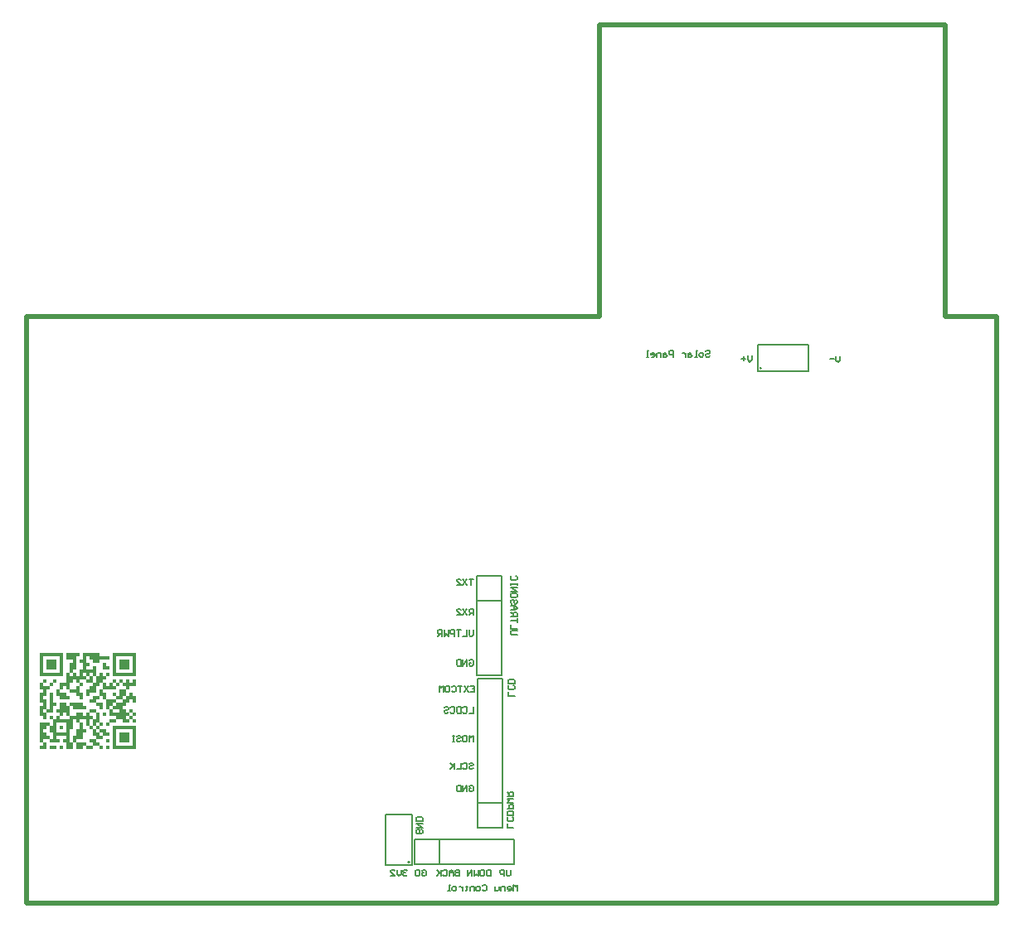
<source format=gbo>
G04*
G04 #@! TF.GenerationSoftware,Altium Limited,Altium Designer,22.2.1 (43)*
G04*
G04 Layer_Color=32896*
%FSLAX25Y25*%
%MOIN*%
G70*
G04*
G04 #@! TF.SameCoordinates,3F60BFF8-F64E-45F8-B6E0-E43E19044127*
G04*
G04*
G04 #@! TF.FilePolarity,Positive*
G04*
G01*
G75*
%ADD10C,0.00600*%
%ADD16C,0.02000*%
G36*
X31833Y95500D02*
X33167D01*
Y94167D01*
X30500D01*
Y95614D01*
Y95652D01*
Y96833D01*
X31833D01*
Y95500D01*
D02*
G37*
G36*
X43833Y91500D02*
X34500D01*
Y100833D01*
X43833D01*
Y91500D01*
D02*
G37*
G36*
X33167Y92262D02*
Y92224D01*
Y91500D01*
X31833D01*
Y92833D01*
X33167D01*
Y92262D01*
D02*
G37*
G36*
X29167Y99500D02*
X33167D01*
Y98167D01*
X29167D01*
Y96833D01*
X26500D01*
Y98167D01*
X25167D01*
Y99500D01*
X23833D01*
Y96833D01*
X25167D01*
Y95500D01*
X23833D01*
Y94167D01*
X26500D01*
Y95500D01*
X27833D01*
Y91500D01*
X29167D01*
Y92833D01*
X30500D01*
Y91500D01*
X31833D01*
Y90167D01*
X30500D01*
Y88833D01*
X31833D01*
Y87500D01*
X33167D01*
Y88833D01*
X34500D01*
Y87500D01*
X35833D01*
Y86167D01*
X30500D01*
Y88833D01*
X29167D01*
Y87500D01*
X27833D01*
Y84833D01*
X25167D01*
Y83500D01*
X23833D01*
Y86167D01*
X25167D01*
Y87500D01*
X26500D01*
Y88833D01*
X23833D01*
Y90167D01*
X21167D01*
Y88833D01*
X22500D01*
Y87500D01*
X21167D01*
Y88833D01*
X19833D01*
Y90167D01*
X18500D01*
Y88833D01*
X17167D01*
Y86167D01*
X19833D01*
Y87500D01*
X21167D01*
Y84833D01*
X22500D01*
Y82167D01*
X21167D01*
Y83500D01*
X19833D01*
Y84833D01*
X17167D01*
Y86167D01*
X15833D01*
Y87500D01*
X14500D01*
Y86167D01*
X13167D01*
Y88833D01*
X15833D01*
Y92833D01*
X17167D01*
Y91500D01*
X18500D01*
Y92833D01*
X17167D01*
Y96833D01*
X18500D01*
Y98167D01*
X15833D01*
Y100833D01*
X21167D01*
Y99500D01*
X19833D01*
Y94167D01*
X18500D01*
Y92833D01*
X19833D01*
Y91500D01*
X21167D01*
Y94167D01*
X22500D01*
Y96833D01*
X21167D01*
Y98167D01*
X22500D01*
Y100833D01*
X29167D01*
Y99500D01*
D02*
G37*
G36*
X14500Y91500D02*
X5167D01*
Y100833D01*
X14500D01*
Y91500D01*
D02*
G37*
G36*
X43833Y87500D02*
X41167D01*
Y86167D01*
X39833D01*
Y87500D01*
X38500D01*
Y88833D01*
X37167D01*
Y89710D01*
Y89748D01*
Y90167D01*
X38500D01*
Y88833D01*
X39833D01*
Y90167D01*
X41167D01*
Y88833D01*
X42500D01*
Y90167D01*
X43833D01*
Y87500D01*
D02*
G37*
G36*
X11833Y90014D02*
Y89976D01*
Y88833D01*
X10500D01*
Y90167D01*
X11833D01*
Y90014D01*
D02*
G37*
G36*
X7833Y88833D02*
X6500D01*
Y90167D01*
X7833D01*
Y88833D01*
D02*
G37*
G36*
X35833D02*
X37167D01*
Y87500D01*
X35833D01*
Y88833D01*
X34500D01*
Y88871D01*
Y90167D01*
X35833D01*
Y88833D01*
D02*
G37*
G36*
X10500Y87500D02*
X9167D01*
Y88833D01*
X10500D01*
Y87500D01*
D02*
G37*
G36*
X39833Y83500D02*
X41167D01*
Y84833D01*
X42500D01*
Y83500D01*
X43833D01*
Y80833D01*
X42500D01*
Y82167D01*
X41167D01*
Y80833D01*
X39833D01*
Y79500D01*
X38500D01*
Y78167D01*
X39833D01*
Y76833D01*
X41167D01*
Y75500D01*
X42500D01*
Y74586D01*
Y74548D01*
Y74167D01*
X43833D01*
Y72833D01*
X42500D01*
Y74129D01*
Y74167D01*
X41167D01*
Y75500D01*
X39833D01*
Y74167D01*
X41167D01*
Y72833D01*
X38500D01*
Y74167D01*
X35833D01*
Y75500D01*
X33167D01*
Y78167D01*
X31833D01*
Y82167D01*
X30500D01*
Y83310D01*
Y83348D01*
Y83500D01*
X29167D01*
Y86167D01*
X30500D01*
Y84833D01*
X31833D01*
Y82167D01*
X35833D01*
Y80833D01*
X38500D01*
Y82167D01*
X35833D01*
Y83500D01*
X34500D01*
Y84833D01*
X35833D01*
Y84186D01*
Y84148D01*
Y83500D01*
X37167D01*
Y83919D01*
Y83957D01*
Y86167D01*
X39833D01*
Y83500D01*
D02*
G37*
G36*
X13167Y84833D02*
X15833D01*
Y83500D01*
X17167D01*
Y82167D01*
X13167D01*
Y83081D01*
Y83119D01*
Y83500D01*
X11833D01*
Y86167D01*
X13167D01*
Y84833D01*
D02*
G37*
G36*
X29167Y82167D02*
X27833D01*
Y80833D01*
X30500D01*
Y78167D01*
X29167D01*
Y78929D01*
Y78967D01*
Y79500D01*
X27833D01*
Y80833D01*
X25167D01*
Y81824D01*
Y81862D01*
Y82167D01*
X26500D01*
Y83500D01*
X29167D01*
Y82167D01*
D02*
G37*
G36*
X22500Y79500D02*
X23833D01*
Y78167D01*
X18500D01*
Y79500D01*
X17167D01*
Y80833D01*
X22500D01*
Y79500D01*
D02*
G37*
G36*
X6500Y87500D02*
X9167D01*
Y86167D01*
X7833D01*
Y83500D01*
X6500D01*
Y82624D01*
Y82586D01*
Y82167D01*
X7833D01*
Y78167D01*
X9167D01*
Y84833D01*
X10500D01*
Y80833D01*
X11833D01*
Y79500D01*
X10500D01*
Y76833D01*
X7833D01*
Y78167D01*
X6500D01*
Y76833D01*
X7833D01*
Y74167D01*
X6500D01*
Y75500D01*
X5167D01*
Y79500D01*
X6500D01*
Y80833D01*
X5167D01*
Y84833D01*
X6500D01*
Y86167D01*
X5167D01*
Y88833D01*
X6500D01*
Y87500D01*
D02*
G37*
G36*
X42500Y76833D02*
X43833D01*
Y76071D01*
Y76033D01*
Y75500D01*
X42500D01*
Y76833D01*
X41167D01*
Y78167D01*
X42500D01*
Y76833D01*
D02*
G37*
G36*
X31833Y76109D02*
Y76071D01*
Y75500D01*
X30500D01*
Y76833D01*
X31833D01*
Y76109D01*
D02*
G37*
G36*
X15833Y79500D02*
X17167D01*
Y75500D01*
X19833D01*
Y76833D01*
X22500D01*
Y75500D01*
X23833D01*
Y76833D01*
X25167D01*
Y75500D01*
X26500D01*
Y74167D01*
X27833D01*
Y76833D01*
X25167D01*
Y78167D01*
X27833D01*
Y76833D01*
X29167D01*
Y72833D01*
X30500D01*
Y71500D01*
X29167D01*
Y72833D01*
X27833D01*
Y71500D01*
X29167D01*
Y70167D01*
X31833D01*
Y68833D01*
X33167D01*
Y67500D01*
X30500D01*
Y68833D01*
X29167D01*
Y70167D01*
X27833D01*
Y71500D01*
X26500D01*
Y74167D01*
X25167D01*
Y71500D01*
X26500D01*
Y70167D01*
X27833D01*
Y68833D01*
X29167D01*
Y67500D01*
X30500D01*
Y66167D01*
X27833D01*
Y67500D01*
X26500D01*
Y70167D01*
X25167D01*
Y71500D01*
X23833D01*
Y74167D01*
X21167D01*
Y72833D01*
X22500D01*
Y70167D01*
X23833D01*
Y68833D01*
X22500D01*
Y66167D01*
X19833D01*
Y64833D01*
X23833D01*
Y63500D01*
X26500D01*
Y62776D01*
Y62738D01*
Y62167D01*
X23833D01*
Y63500D01*
X22500D01*
Y62167D01*
X19833D01*
Y64833D01*
X18500D01*
Y65252D01*
Y65290D01*
Y67500D01*
X19833D01*
Y70167D01*
X21167D01*
Y72833D01*
X19833D01*
Y74167D01*
X18500D01*
Y70167D01*
X17167D01*
Y68452D01*
Y68414D01*
Y64833D01*
X18500D01*
Y62167D01*
X15833D01*
Y64833D01*
X14500D01*
Y66167D01*
X15833D01*
Y67500D01*
X11833D01*
Y66167D01*
X13167D01*
Y64833D01*
X9167D01*
Y66167D01*
X6500D01*
Y64833D01*
X7833D01*
Y62167D01*
X5167D01*
Y63500D01*
X6500D01*
Y64833D01*
X5167D01*
Y72833D01*
X9167D01*
Y71500D01*
X10500D01*
Y74167D01*
X9167D01*
Y75500D01*
X10500D01*
Y74700D01*
Y74662D01*
Y74167D01*
X11833D01*
Y75500D01*
X13167D01*
Y74167D01*
X17167D01*
Y75500D01*
X15833D01*
Y76833D01*
X14500D01*
Y75500D01*
X13167D01*
Y76833D01*
X11833D01*
Y78167D01*
X13167D01*
Y80833D01*
X15833D01*
Y79500D01*
D02*
G37*
G36*
X35833Y72833D02*
X33167D01*
Y74167D01*
X35833D01*
Y72833D01*
D02*
G37*
G36*
X33167Y72605D02*
Y72567D01*
Y71500D01*
X31833D01*
Y72833D01*
X33167D01*
Y72605D01*
D02*
G37*
G36*
Y64833D02*
X31833D01*
Y66167D01*
X33167D01*
Y64833D01*
D02*
G37*
G36*
X43833Y62167D02*
X34500D01*
Y71500D01*
X43833D01*
Y62167D01*
D02*
G37*
G36*
X33167D02*
X31833D01*
Y63500D01*
X33167D01*
Y62167D01*
D02*
G37*
G36*
X27833Y64833D02*
X29167D01*
Y63500D01*
X30500D01*
Y62167D01*
X29167D01*
Y63500D01*
X26500D01*
Y64833D01*
X25167D01*
Y66167D01*
X27833D01*
Y64833D01*
D02*
G37*
G36*
X14500Y62167D02*
X13167D01*
Y63500D01*
X14500D01*
Y62167D01*
D02*
G37*
G36*
X11833Y62471D02*
Y62433D01*
Y62167D01*
X9167D01*
Y63500D01*
X11833D01*
Y62471D01*
D02*
G37*
%LPC*%
G36*
X42424Y99424D02*
X35910D01*
Y92909D01*
X42424D01*
Y97329D01*
Y97367D01*
Y99424D01*
D02*
G37*
%LPD*%
G36*
X41167Y94167D02*
X37167D01*
Y98167D01*
X41167D01*
Y94167D01*
D02*
G37*
%LPC*%
G36*
X23833Y92833D02*
X22500D01*
Y91500D01*
X23833D01*
Y90167D01*
X25167D01*
Y91500D01*
X23833D01*
Y92833D01*
D02*
G37*
G36*
X26500D02*
X25167D01*
Y91500D01*
X26500D01*
Y90281D01*
Y90243D01*
Y88833D01*
X27833D01*
Y91500D01*
X26500D01*
Y92833D01*
D02*
G37*
G36*
X13091Y99424D02*
X6576D01*
Y98052D01*
Y98014D01*
Y92909D01*
X13091D01*
Y99424D01*
D02*
G37*
%LPD*%
G36*
X11833Y94167D02*
X7833D01*
Y98167D01*
X11833D01*
Y94167D01*
D02*
G37*
%LPC*%
G36*
X39833Y83500D02*
X38500D01*
Y82167D01*
X39833D01*
Y83500D01*
D02*
G37*
G36*
X35833Y80833D02*
X34500D01*
Y80033D01*
Y79995D01*
Y79500D01*
X35833D01*
Y80833D01*
D02*
G37*
G36*
X34500Y79500D02*
X33167D01*
Y78167D01*
X34500D01*
Y76833D01*
X37167D01*
Y78167D01*
X34500D01*
Y79500D01*
D02*
G37*
G36*
X15833Y72833D02*
X11833D01*
Y68833D01*
X15833D01*
Y72833D01*
D02*
G37*
G36*
X9167Y71500D02*
X7833D01*
Y70167D01*
X6500D01*
Y68833D01*
X7833D01*
Y67500D01*
X9167D01*
Y66167D01*
X10500D01*
Y68833D01*
X9167D01*
Y71500D01*
D02*
G37*
%LPD*%
G36*
X14500Y70167D02*
X13167D01*
Y71500D01*
X14500D01*
Y70167D01*
D02*
G37*
%LPC*%
G36*
X42424Y70091D02*
X35910D01*
Y63576D01*
X42424D01*
Y69824D01*
Y69862D01*
Y70091D01*
D02*
G37*
%LPD*%
G36*
X41167Y64833D02*
X37167D01*
Y68833D01*
X41167D01*
Y64833D01*
D02*
G37*
D10*
X295300Y215300D02*
G03*
X295300Y215300I-300J0D01*
G01*
X153900Y16600D02*
G03*
X153900Y16600I-300J0D01*
G01*
X181100Y90600D02*
X191100D01*
X181100Y30600D02*
Y90600D01*
Y30600D02*
X191100D01*
Y90600D01*
X181100Y40600D02*
X191100D01*
X190900Y91900D02*
Y131900D01*
X180900D02*
X190900D01*
X180900Y91900D02*
Y131900D01*
Y121900D02*
X190900D01*
X180900Y91900D02*
X190900D01*
X196000Y15700D02*
Y25700D01*
X166000Y15700D02*
Y25700D01*
X156000Y15700D02*
X196000D01*
X156000D02*
Y25700D01*
X196000D01*
X293900Y214200D02*
X314200D01*
Y224700D01*
X293900Y214200D02*
Y224700D01*
X314200D01*
X144200Y15500D02*
Y35800D01*
Y15500D02*
X154700D01*
X144200Y35800D02*
X154700D01*
Y15500D02*
Y35800D01*
X177734Y56183D02*
X178150Y56599D01*
X178983D01*
X179400Y56183D01*
Y55766D01*
X178983Y55350D01*
X178150D01*
X177734Y54933D01*
Y54517D01*
X178150Y54100D01*
X178983D01*
X179400Y54517D01*
X175235Y56183D02*
X175651Y56599D01*
X176484D01*
X176901Y56183D01*
Y54517D01*
X176484Y54100D01*
X175651D01*
X175235Y54517D01*
X174402Y56599D02*
Y54100D01*
X172736D01*
X171902Y56599D02*
Y54100D01*
Y54933D01*
X170236Y56599D01*
X171486Y55350D01*
X170236Y54100D01*
X158683Y29766D02*
X159099Y29350D01*
Y28517D01*
X158683Y28100D01*
X157017D01*
X156600Y28517D01*
Y29350D01*
X157017Y29766D01*
X157850D01*
Y28933D01*
X156600Y30599D02*
X159099D01*
X156600Y32265D01*
X159099D01*
Y33098D02*
X156600D01*
Y34348D01*
X157017Y34765D01*
X158683D01*
X159099Y34348D01*
Y33098D01*
X272834Y221983D02*
X273250Y222399D01*
X274083D01*
X274500Y221983D01*
Y221566D01*
X274083Y221150D01*
X273250D01*
X272834Y220733D01*
Y220317D01*
X273250Y219900D01*
X274083D01*
X274500Y220317D01*
X271584Y219900D02*
X270751D01*
X270335Y220317D01*
Y221150D01*
X270751Y221566D01*
X271584D01*
X272001Y221150D01*
Y220317D01*
X271584Y219900D01*
X269502D02*
X268669D01*
X269085D01*
Y222399D01*
X269502D01*
X267002Y221566D02*
X266169D01*
X265753Y221150D01*
Y219900D01*
X267002D01*
X267419Y220317D01*
X267002Y220733D01*
X265753D01*
X264920Y221566D02*
Y219900D01*
Y220733D01*
X264503Y221150D01*
X264087Y221566D01*
X263670D01*
X259921Y219900D02*
Y222399D01*
X258672D01*
X258255Y221983D01*
Y221150D01*
X258672Y220733D01*
X259921D01*
X257006Y221566D02*
X256173D01*
X255756Y221150D01*
Y219900D01*
X257006D01*
X257422Y220317D01*
X257006Y220733D01*
X255756D01*
X254923Y219900D02*
Y221566D01*
X253673D01*
X253257Y221150D01*
Y219900D01*
X251174D02*
X252007D01*
X252424Y220317D01*
Y221150D01*
X252007Y221566D01*
X251174D01*
X250758Y221150D01*
Y220733D01*
X252424D01*
X249925Y219900D02*
X249092D01*
X249508D01*
Y222399D01*
X249925D01*
X291400Y220399D02*
Y218733D01*
X290567Y217900D01*
X289734Y218733D01*
Y220399D01*
X288901Y219150D02*
X287235D01*
X288068Y219983D02*
Y218317D01*
X326900Y220199D02*
Y218533D01*
X326067Y217700D01*
X325234Y218533D01*
Y220199D01*
X324401Y218950D02*
X322735D01*
X197200Y5100D02*
Y7599D01*
X196367Y6766D01*
X195534Y7599D01*
Y5100D01*
X193451D02*
X194284D01*
X194701Y5517D01*
Y6350D01*
X194284Y6766D01*
X193451D01*
X193035Y6350D01*
Y5933D01*
X194701D01*
X192202Y5100D02*
Y6766D01*
X190952D01*
X190535Y6350D01*
Y5100D01*
X189702Y6766D02*
Y5517D01*
X189286Y5100D01*
X188036D01*
Y6766D01*
X183038Y7183D02*
X183454Y7599D01*
X184288D01*
X184704Y7183D01*
Y5517D01*
X184288Y5100D01*
X183454D01*
X183038Y5517D01*
X181788Y5100D02*
X180955D01*
X180539Y5517D01*
Y6350D01*
X180955Y6766D01*
X181788D01*
X182205Y6350D01*
Y5517D01*
X181788Y5100D01*
X179706D02*
Y6766D01*
X178456D01*
X178040Y6350D01*
Y5100D01*
X176790Y7183D02*
Y6766D01*
X177207D01*
X176373D01*
X176790D01*
Y5517D01*
X176373Y5100D01*
X175124Y6766D02*
Y5100D01*
Y5933D01*
X174707Y6350D01*
X174291Y6766D01*
X173874D01*
X172208Y5100D02*
X171375D01*
X170958Y5517D01*
Y6350D01*
X171375Y6766D01*
X172208D01*
X172625Y6350D01*
Y5517D01*
X172208Y5100D01*
X170125D02*
X169292D01*
X169709D01*
Y7599D01*
X170125D01*
X196099Y83600D02*
X193600D01*
Y85266D01*
X195683Y87765D02*
X196099Y87349D01*
Y86516D01*
X195683Y86099D01*
X194017D01*
X193600Y86516D01*
Y87349D01*
X194017Y87765D01*
X196099Y88598D02*
X193600D01*
Y89848D01*
X194017Y90264D01*
X195683D01*
X196099Y89848D01*
Y88598D01*
X197099Y108100D02*
X195017D01*
X194600Y108517D01*
Y109350D01*
X195017Y109766D01*
X197099D01*
Y110599D02*
X194600D01*
Y112265D01*
X197099Y113098D02*
Y114764D01*
Y113931D01*
X194600D01*
Y115598D02*
X197099D01*
Y116847D01*
X196683Y117264D01*
X195850D01*
X195433Y116847D01*
Y115598D01*
Y116431D02*
X194600Y117264D01*
Y118097D02*
X196266D01*
X197099Y118930D01*
X196266Y119763D01*
X194600D01*
X195850D01*
Y118097D01*
X196683Y122262D02*
X197099Y121846D01*
Y121012D01*
X196683Y120596D01*
X196266D01*
X195850Y121012D01*
Y121846D01*
X195433Y122262D01*
X195017D01*
X194600Y121846D01*
Y121012D01*
X195017Y120596D01*
X197099Y124345D02*
Y123512D01*
X196683Y123095D01*
X195017D01*
X194600Y123512D01*
Y124345D01*
X195017Y124761D01*
X196683D01*
X197099Y124345D01*
X194600Y125594D02*
X197099D01*
X194600Y127260D01*
X197099D01*
Y128094D02*
Y128927D01*
Y128510D01*
X194600D01*
Y128094D01*
Y128927D01*
X196683Y131842D02*
X197099Y131426D01*
Y130593D01*
X196683Y130176D01*
X195017D01*
X194600Y130593D01*
Y131426D01*
X195017Y131842D01*
X152900Y13183D02*
X152483Y13599D01*
X151650D01*
X151234Y13183D01*
Y12766D01*
X151650Y12350D01*
X152067D01*
X151650D01*
X151234Y11933D01*
Y11517D01*
X151650Y11100D01*
X152483D01*
X152900Y11517D01*
X150401Y13599D02*
Y11933D01*
X149568Y11100D01*
X148735Y11933D01*
Y13599D01*
X146236Y11100D02*
X147902D01*
X146236Y12766D01*
Y13183D01*
X146652Y13599D01*
X147485D01*
X147902Y13183D01*
X158734D02*
X159150Y13599D01*
X159984D01*
X160400Y13183D01*
Y11517D01*
X159984Y11100D01*
X159150D01*
X158734Y11517D01*
Y12350D01*
X159567D01*
X156651Y13599D02*
X157484D01*
X157901Y13183D01*
Y11517D01*
X157484Y11100D01*
X156651D01*
X156235Y11517D01*
Y13183D01*
X156651Y13599D01*
X173900D02*
Y11100D01*
X172650D01*
X172234Y11517D01*
Y11933D01*
X172650Y12350D01*
X173900D01*
X172650D01*
X172234Y12766D01*
Y13183D01*
X172650Y13599D01*
X173900D01*
X171401Y11100D02*
Y12766D01*
X170568Y13599D01*
X169735Y12766D01*
Y11100D01*
Y12350D01*
X171401D01*
X167236Y13183D02*
X167652Y13599D01*
X168485D01*
X168902Y13183D01*
Y11517D01*
X168485Y11100D01*
X167652D01*
X167236Y11517D01*
X166402Y13599D02*
Y11100D01*
Y11933D01*
X164736Y13599D01*
X165986Y12350D01*
X164736Y11100D01*
X186400Y13599D02*
Y11100D01*
X185150D01*
X184734Y11517D01*
Y13183D01*
X185150Y13599D01*
X186400D01*
X182651D02*
X183484D01*
X183901Y13183D01*
Y11517D01*
X183484Y11100D01*
X182651D01*
X182235Y11517D01*
Y13183D01*
X182651Y13599D01*
X181402D02*
Y11100D01*
X180569Y11933D01*
X179736Y11100D01*
Y13599D01*
X178902Y11100D02*
Y13599D01*
X177236Y11100D01*
Y13599D01*
X194400D02*
Y11517D01*
X193983Y11100D01*
X193150D01*
X192734Y11517D01*
Y13599D01*
X191901Y11100D02*
Y13599D01*
X190651D01*
X190235Y13183D01*
Y12350D01*
X190651Y11933D01*
X191901D01*
X195599Y30600D02*
X193100D01*
Y32266D01*
X195183Y34765D02*
X195599Y34349D01*
Y33516D01*
X195183Y33099D01*
X193517D01*
X193100Y33516D01*
Y34349D01*
X193517Y34765D01*
X195599Y35598D02*
X193100D01*
Y36848D01*
X193517Y37264D01*
X195183D01*
X195599Y36848D01*
Y35598D01*
X193100Y38098D02*
X195599D01*
Y39347D01*
X195183Y39764D01*
X194350D01*
X193933Y39347D01*
Y38098D01*
X195599Y40597D02*
X193100D01*
X193933Y41430D01*
X193100Y42263D01*
X195599D01*
X193100Y43096D02*
X195599D01*
Y44346D01*
X195183Y44762D01*
X194350D01*
X193933Y44346D01*
Y43096D01*
Y43929D02*
X193100Y44762D01*
X177734Y47183D02*
X178150Y47599D01*
X178983D01*
X179400Y47183D01*
Y45516D01*
X178983Y45100D01*
X178150D01*
X177734Y45516D01*
Y46350D01*
X178567D01*
X176901Y45100D02*
Y47599D01*
X175235Y45100D01*
Y47599D01*
X174402D02*
Y45100D01*
X173152D01*
X172736Y45516D01*
Y47183D01*
X173152Y47599D01*
X174402D01*
X179400Y65100D02*
Y67599D01*
X178567Y66766D01*
X177734Y67599D01*
Y65100D01*
X175651Y67599D02*
X176484D01*
X176901Y67183D01*
Y65517D01*
X176484Y65100D01*
X175651D01*
X175235Y65517D01*
Y67183D01*
X175651Y67599D01*
X172736Y67183D02*
X173152Y67599D01*
X173985D01*
X174402Y67183D01*
Y66766D01*
X173985Y66350D01*
X173152D01*
X172736Y65933D01*
Y65517D01*
X173152Y65100D01*
X173985D01*
X174402Y65517D01*
X171902Y67599D02*
X171069D01*
X171486D01*
Y65100D01*
X171902D01*
X171069D01*
X179400Y79099D02*
Y76600D01*
X177734D01*
X175235Y78683D02*
X175651Y79099D01*
X176484D01*
X176901Y78683D01*
Y77017D01*
X176484Y76600D01*
X175651D01*
X175235Y77017D01*
X174402Y79099D02*
Y76600D01*
X173152D01*
X172736Y77017D01*
Y78683D01*
X173152Y79099D01*
X174402D01*
X170236Y78683D02*
X170653Y79099D01*
X171486D01*
X171902Y78683D01*
Y77017D01*
X171486Y76600D01*
X170653D01*
X170236Y77017D01*
X167737Y78683D02*
X168154Y79099D01*
X168987D01*
X169403Y78683D01*
Y78266D01*
X168987Y77850D01*
X168154D01*
X167737Y77433D01*
Y77017D01*
X168154Y76600D01*
X168987D01*
X169403Y77017D01*
X178234Y87599D02*
X179900D01*
Y85100D01*
X178234D01*
X179900Y86350D02*
X179067D01*
X177401Y87599D02*
X175735Y85100D01*
Y87599D02*
X177401Y85100D01*
X174902Y87599D02*
X173235D01*
X174069D01*
Y85100D01*
X170736Y87183D02*
X171153Y87599D01*
X171986D01*
X172402Y87183D01*
Y85517D01*
X171986Y85100D01*
X171153D01*
X170736Y85517D01*
X168654Y87599D02*
X169487D01*
X169903Y87183D01*
Y85517D01*
X169487Y85100D01*
X168654D01*
X168237Y85517D01*
Y87183D01*
X168654Y87599D01*
X167404Y85100D02*
Y87599D01*
X166571Y86766D01*
X165738Y87599D01*
Y85100D01*
X177734Y97683D02*
X178150Y98099D01*
X178983D01*
X179400Y97683D01*
Y96017D01*
X178983Y95600D01*
X178150D01*
X177734Y96017D01*
Y96850D01*
X178567D01*
X176901Y95600D02*
Y98099D01*
X175235Y95600D01*
Y98099D01*
X174402D02*
Y95600D01*
X173152D01*
X172736Y96017D01*
Y97683D01*
X173152Y98099D01*
X174402D01*
X179400Y110099D02*
Y108017D01*
X178983Y107600D01*
X178150D01*
X177734Y108017D01*
Y110099D01*
X176901D02*
Y107600D01*
X175235D01*
X174402Y110099D02*
X172736D01*
X173569D01*
Y107600D01*
X171902D02*
Y110099D01*
X170653D01*
X170236Y109683D01*
Y108850D01*
X170653Y108433D01*
X171902D01*
X169403Y110099D02*
Y107600D01*
X168570Y108433D01*
X167737Y107600D01*
Y110099D01*
X166904Y107600D02*
Y110099D01*
X165654D01*
X165238Y109683D01*
Y108850D01*
X165654Y108433D01*
X166904D01*
X166071D02*
X165238Y107600D01*
X179400Y116100D02*
Y118599D01*
X178150D01*
X177734Y118183D01*
Y117350D01*
X178150Y116933D01*
X179400D01*
X178567D02*
X177734Y116100D01*
X176901Y118599D02*
X175235Y116100D01*
Y118599D02*
X176901Y116100D01*
X172736D02*
X174402D01*
X172736Y117766D01*
Y118183D01*
X173152Y118599D01*
X173985D01*
X174402Y118183D01*
X179400Y130599D02*
X177734D01*
X178567D01*
Y128100D01*
X176901Y130599D02*
X175235Y128100D01*
Y130599D02*
X176901Y128100D01*
X172736D02*
X174402D01*
X172736Y129766D01*
Y130183D01*
X173152Y130599D01*
X173985D01*
X174402Y130183D01*
D16*
X369200Y236000D02*
X390000D01*
X-0Y0D02*
X0Y236000D01*
X230300D01*
Y353500D01*
X369200Y353500D01*
X0Y0D02*
X197000D01*
X390000D01*
X390000D02*
X390000Y236000D01*
X369200D02*
Y353500D01*
M02*

</source>
